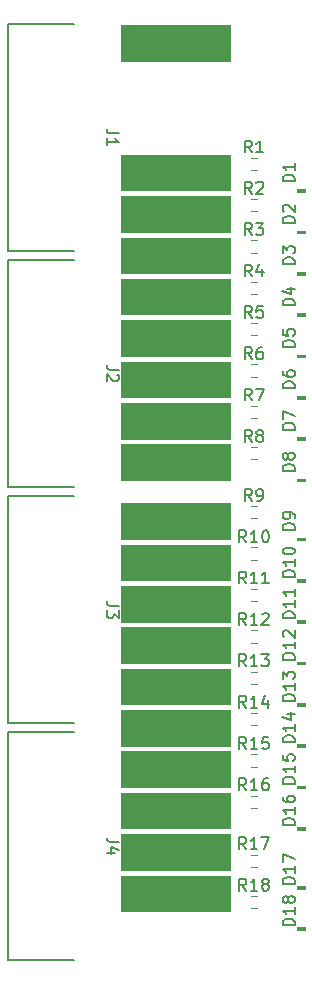
<source format=gbr>
%TF.GenerationSoftware,KiCad,Pcbnew,9.0.6*%
%TF.CreationDate,2025-12-07T13:39:51+03:00*%
%TF.ProjectId,PMLED-18,504d4c45-442d-4313-982e-6b696361645f,rev?*%
%TF.SameCoordinates,Original*%
%TF.FileFunction,Legend,Top*%
%TF.FilePolarity,Positive*%
%FSLAX46Y46*%
G04 Gerber Fmt 4.6, Leading zero omitted, Abs format (unit mm)*
G04 Created by KiCad (PCBNEW 9.0.6) date 2025-12-07 13:39:51*
%MOMM*%
%LPD*%
G01*
G04 APERTURE LIST*
%ADD10C,0.100000*%
%ADD11C,0.150000*%
%ADD12C,0.120000*%
%ADD13C,0.152400*%
G04 APERTURE END LIST*
D10*
X-1250000Y-11500000D02*
X8000000Y-11500000D01*
X8000000Y-14500000D01*
X-1250000Y-14500000D01*
X-1250000Y-11500000D01*
G36*
X-1250000Y-11500000D02*
G01*
X8000000Y-11500000D01*
X8000000Y-14500000D01*
X-1250000Y-14500000D01*
X-1250000Y-11500000D01*
G37*
X-1250000Y25000000D02*
X8000000Y25000000D01*
X8000000Y22000000D01*
X-1250000Y22000000D01*
X-1250000Y25000000D01*
G36*
X-1250000Y25000000D02*
G01*
X8000000Y25000000D01*
X8000000Y22000000D01*
X-1250000Y22000000D01*
X-1250000Y25000000D01*
G37*
X-1250000Y28500000D02*
X8000000Y28500000D01*
X8000000Y25500000D01*
X-1250000Y25500000D01*
X-1250000Y28500000D01*
G36*
X-1250000Y28500000D02*
G01*
X8000000Y28500000D01*
X8000000Y25500000D01*
X-1250000Y25500000D01*
X-1250000Y28500000D01*
G37*
X-1250000Y18000000D02*
X8000000Y18000000D01*
X8000000Y15000000D01*
X-1250000Y15000000D01*
X-1250000Y18000000D01*
G36*
X-1250000Y18000000D02*
G01*
X8000000Y18000000D01*
X8000000Y15000000D01*
X-1250000Y15000000D01*
X-1250000Y18000000D01*
G37*
X-1250000Y14500000D02*
X8000000Y14500000D01*
X8000000Y11500000D01*
X-1250000Y11500000D01*
X-1250000Y14500000D01*
G36*
X-1250000Y14500000D02*
G01*
X8000000Y14500000D01*
X8000000Y11500000D01*
X-1250000Y11500000D01*
X-1250000Y14500000D01*
G37*
X-1250000Y-32500000D02*
X8000000Y-32500000D01*
X8000000Y-35500000D01*
X-1250000Y-35500000D01*
X-1250000Y-32500000D01*
G36*
X-1250000Y-32500000D02*
G01*
X8000000Y-32500000D01*
X8000000Y-35500000D01*
X-1250000Y-35500000D01*
X-1250000Y-32500000D01*
G37*
X-1250000Y21500000D02*
X8000000Y21500000D01*
X8000000Y18500000D01*
X-1250000Y18500000D01*
X-1250000Y21500000D01*
G36*
X-1250000Y21500000D02*
G01*
X8000000Y21500000D01*
X8000000Y18500000D01*
X-1250000Y18500000D01*
X-1250000Y21500000D01*
G37*
X-1250000Y-25500000D02*
X8000000Y-25500000D01*
X8000000Y-28500000D01*
X-1250000Y-28500000D01*
X-1250000Y-25500000D01*
G36*
X-1250000Y-25500000D02*
G01*
X8000000Y-25500000D01*
X8000000Y-28500000D01*
X-1250000Y-28500000D01*
X-1250000Y-25500000D01*
G37*
X-1250000Y-22000000D02*
X8000000Y-22000000D01*
X8000000Y-25000000D01*
X-1250000Y-25000000D01*
X-1250000Y-22000000D01*
G36*
X-1250000Y-22000000D02*
G01*
X8000000Y-22000000D01*
X8000000Y-25000000D01*
X-1250000Y-25000000D01*
X-1250000Y-22000000D01*
G37*
X-1250000Y-15000000D02*
X8000000Y-15000000D01*
X8000000Y-18000000D01*
X-1250000Y-18000000D01*
X-1250000Y-15000000D01*
G36*
X-1250000Y-15000000D02*
G01*
X8000000Y-15000000D01*
X8000000Y-18000000D01*
X-1250000Y-18000000D01*
X-1250000Y-15000000D01*
G37*
X-1250000Y11000000D02*
X8000000Y11000000D01*
X8000000Y8000000D01*
X-1250000Y8000000D01*
X-1250000Y11000000D01*
G36*
X-1250000Y11000000D02*
G01*
X8000000Y11000000D01*
X8000000Y8000000D01*
X-1250000Y8000000D01*
X-1250000Y11000000D01*
G37*
X-1250000Y-1000000D02*
X8000000Y-1000000D01*
X8000000Y-4000000D01*
X-1250000Y-4000000D01*
X-1250000Y-1000000D01*
G36*
X-1250000Y-1000000D02*
G01*
X8000000Y-1000000D01*
X8000000Y-4000000D01*
X-1250000Y-4000000D01*
X-1250000Y-1000000D01*
G37*
X-1250000Y39500000D02*
X8000000Y39500000D01*
X8000000Y36500000D01*
X-1250000Y36500000D01*
X-1250000Y39500000D01*
G36*
X-1250000Y39500000D02*
G01*
X8000000Y39500000D01*
X8000000Y36500000D01*
X-1250000Y36500000D01*
X-1250000Y39500000D01*
G37*
X-1250000Y-4500000D02*
X8000000Y-4500000D01*
X8000000Y-7500000D01*
X-1250000Y-7500000D01*
X-1250000Y-4500000D01*
G36*
X-1250000Y-4500000D02*
G01*
X8000000Y-4500000D01*
X8000000Y-7500000D01*
X-1250000Y-7500000D01*
X-1250000Y-4500000D01*
G37*
X-1250000Y-29000000D02*
X8000000Y-29000000D01*
X8000000Y-32000000D01*
X-1250000Y-32000000D01*
X-1250000Y-29000000D01*
G36*
X-1250000Y-29000000D02*
G01*
X8000000Y-29000000D01*
X8000000Y-32000000D01*
X-1250000Y-32000000D01*
X-1250000Y-29000000D01*
G37*
X-1250000Y7500000D02*
X8000000Y7500000D01*
X8000000Y4500000D01*
X-1250000Y4500000D01*
X-1250000Y7500000D01*
G36*
X-1250000Y7500000D02*
G01*
X8000000Y7500000D01*
X8000000Y4500000D01*
X-1250000Y4500000D01*
X-1250000Y7500000D01*
G37*
X-1250000Y-18500000D02*
X8000000Y-18500000D01*
X8000000Y-21500000D01*
X-1250000Y-21500000D01*
X-1250000Y-18500000D01*
G36*
X-1250000Y-18500000D02*
G01*
X8000000Y-18500000D01*
X8000000Y-21500000D01*
X-1250000Y-21500000D01*
X-1250000Y-18500000D01*
G37*
X-1250000Y4000000D02*
X8000000Y4000000D01*
X8000000Y1000000D01*
X-1250000Y1000000D01*
X-1250000Y4000000D01*
G36*
X-1250000Y4000000D02*
G01*
X8000000Y4000000D01*
X8000000Y1000000D01*
X-1250000Y1000000D01*
X-1250000Y4000000D01*
G37*
X-1250000Y-8000000D02*
X8000000Y-8000000D01*
X8000000Y-11000000D01*
X-1250000Y-11000000D01*
X-1250000Y-8000000D01*
G36*
X-1250000Y-8000000D02*
G01*
X8000000Y-8000000D01*
X8000000Y-11000000D01*
X-1250000Y-11000000D01*
X-1250000Y-8000000D01*
G37*
D11*
X9833333Y14725181D02*
X9500000Y15201372D01*
X9261905Y14725181D02*
X9261905Y15725181D01*
X9261905Y15725181D02*
X9642857Y15725181D01*
X9642857Y15725181D02*
X9738095Y15677562D01*
X9738095Y15677562D02*
X9785714Y15629943D01*
X9785714Y15629943D02*
X9833333Y15534705D01*
X9833333Y15534705D02*
X9833333Y15391848D01*
X9833333Y15391848D02*
X9785714Y15296610D01*
X9785714Y15296610D02*
X9738095Y15248991D01*
X9738095Y15248991D02*
X9642857Y15201372D01*
X9642857Y15201372D02*
X9261905Y15201372D01*
X10738095Y15725181D02*
X10261905Y15725181D01*
X10261905Y15725181D02*
X10214286Y15248991D01*
X10214286Y15248991D02*
X10261905Y15296610D01*
X10261905Y15296610D02*
X10357143Y15344229D01*
X10357143Y15344229D02*
X10595238Y15344229D01*
X10595238Y15344229D02*
X10690476Y15296610D01*
X10690476Y15296610D02*
X10738095Y15248991D01*
X10738095Y15248991D02*
X10785714Y15153753D01*
X10785714Y15153753D02*
X10785714Y14915658D01*
X10785714Y14915658D02*
X10738095Y14820420D01*
X10738095Y14820420D02*
X10690476Y14772800D01*
X10690476Y14772800D02*
X10595238Y14725181D01*
X10595238Y14725181D02*
X10357143Y14725181D01*
X10357143Y14725181D02*
X10261905Y14772800D01*
X10261905Y14772800D02*
X10214286Y14820420D01*
X13454819Y-14214285D02*
X12454819Y-14214285D01*
X12454819Y-14214285D02*
X12454819Y-13976190D01*
X12454819Y-13976190D02*
X12502438Y-13833333D01*
X12502438Y-13833333D02*
X12597676Y-13738095D01*
X12597676Y-13738095D02*
X12692914Y-13690476D01*
X12692914Y-13690476D02*
X12883390Y-13642857D01*
X12883390Y-13642857D02*
X13026247Y-13642857D01*
X13026247Y-13642857D02*
X13216723Y-13690476D01*
X13216723Y-13690476D02*
X13311961Y-13738095D01*
X13311961Y-13738095D02*
X13407200Y-13833333D01*
X13407200Y-13833333D02*
X13454819Y-13976190D01*
X13454819Y-13976190D02*
X13454819Y-14214285D01*
X13454819Y-12690476D02*
X13454819Y-13261904D01*
X13454819Y-12976190D02*
X12454819Y-12976190D01*
X12454819Y-12976190D02*
X12597676Y-13071428D01*
X12597676Y-13071428D02*
X12692914Y-13166666D01*
X12692914Y-13166666D02*
X12740533Y-13261904D01*
X12550057Y-12309523D02*
X12502438Y-12261904D01*
X12502438Y-12261904D02*
X12454819Y-12166666D01*
X12454819Y-12166666D02*
X12454819Y-11928571D01*
X12454819Y-11928571D02*
X12502438Y-11833333D01*
X12502438Y-11833333D02*
X12550057Y-11785714D01*
X12550057Y-11785714D02*
X12645295Y-11738095D01*
X12645295Y-11738095D02*
X12740533Y-11738095D01*
X12740533Y-11738095D02*
X12883390Y-11785714D01*
X12883390Y-11785714D02*
X13454819Y-12357142D01*
X13454819Y-12357142D02*
X13454819Y-11738095D01*
X9357142Y-4274819D02*
X9023809Y-3798628D01*
X8785714Y-4274819D02*
X8785714Y-3274819D01*
X8785714Y-3274819D02*
X9166666Y-3274819D01*
X9166666Y-3274819D02*
X9261904Y-3322438D01*
X9261904Y-3322438D02*
X9309523Y-3370057D01*
X9309523Y-3370057D02*
X9357142Y-3465295D01*
X9357142Y-3465295D02*
X9357142Y-3608152D01*
X9357142Y-3608152D02*
X9309523Y-3703390D01*
X9309523Y-3703390D02*
X9261904Y-3751009D01*
X9261904Y-3751009D02*
X9166666Y-3798628D01*
X9166666Y-3798628D02*
X8785714Y-3798628D01*
X10309523Y-4274819D02*
X9738095Y-4274819D01*
X10023809Y-4274819D02*
X10023809Y-3274819D01*
X10023809Y-3274819D02*
X9928571Y-3417676D01*
X9928571Y-3417676D02*
X9833333Y-3512914D01*
X9833333Y-3512914D02*
X9738095Y-3560533D01*
X10928571Y-3274819D02*
X11023809Y-3274819D01*
X11023809Y-3274819D02*
X11119047Y-3322438D01*
X11119047Y-3322438D02*
X11166666Y-3370057D01*
X11166666Y-3370057D02*
X11214285Y-3465295D01*
X11214285Y-3465295D02*
X11261904Y-3655771D01*
X11261904Y-3655771D02*
X11261904Y-3893866D01*
X11261904Y-3893866D02*
X11214285Y-4084342D01*
X11214285Y-4084342D02*
X11166666Y-4179580D01*
X11166666Y-4179580D02*
X11119047Y-4227200D01*
X11119047Y-4227200D02*
X11023809Y-4274819D01*
X11023809Y-4274819D02*
X10928571Y-4274819D01*
X10928571Y-4274819D02*
X10833333Y-4227200D01*
X10833333Y-4227200D02*
X10785714Y-4179580D01*
X10785714Y-4179580D02*
X10738095Y-4084342D01*
X10738095Y-4084342D02*
X10690476Y-3893866D01*
X10690476Y-3893866D02*
X10690476Y-3655771D01*
X10690476Y-3655771D02*
X10738095Y-3465295D01*
X10738095Y-3465295D02*
X10785714Y-3370057D01*
X10785714Y-3370057D02*
X10833333Y-3322438D01*
X10833333Y-3322438D02*
X10928571Y-3274819D01*
X13454819Y22761906D02*
X12454819Y22761906D01*
X12454819Y22761906D02*
X12454819Y23000001D01*
X12454819Y23000001D02*
X12502438Y23142858D01*
X12502438Y23142858D02*
X12597676Y23238096D01*
X12597676Y23238096D02*
X12692914Y23285715D01*
X12692914Y23285715D02*
X12883390Y23333334D01*
X12883390Y23333334D02*
X13026247Y23333334D01*
X13026247Y23333334D02*
X13216723Y23285715D01*
X13216723Y23285715D02*
X13311961Y23238096D01*
X13311961Y23238096D02*
X13407200Y23142858D01*
X13407200Y23142858D02*
X13454819Y23000001D01*
X13454819Y23000001D02*
X13454819Y22761906D01*
X12550057Y23714287D02*
X12502438Y23761906D01*
X12502438Y23761906D02*
X12454819Y23857144D01*
X12454819Y23857144D02*
X12454819Y24095239D01*
X12454819Y24095239D02*
X12502438Y24190477D01*
X12502438Y24190477D02*
X12550057Y24238096D01*
X12550057Y24238096D02*
X12645295Y24285715D01*
X12645295Y24285715D02*
X12740533Y24285715D01*
X12740533Y24285715D02*
X12883390Y24238096D01*
X12883390Y24238096D02*
X13454819Y23666668D01*
X13454819Y23666668D02*
X13454819Y24285715D01*
X13454819Y19261906D02*
X12454819Y19261906D01*
X12454819Y19261906D02*
X12454819Y19500001D01*
X12454819Y19500001D02*
X12502438Y19642858D01*
X12502438Y19642858D02*
X12597676Y19738096D01*
X12597676Y19738096D02*
X12692914Y19785715D01*
X12692914Y19785715D02*
X12883390Y19833334D01*
X12883390Y19833334D02*
X13026247Y19833334D01*
X13026247Y19833334D02*
X13216723Y19785715D01*
X13216723Y19785715D02*
X13311961Y19738096D01*
X13311961Y19738096D02*
X13407200Y19642858D01*
X13407200Y19642858D02*
X13454819Y19500001D01*
X13454819Y19500001D02*
X13454819Y19261906D01*
X12454819Y20166668D02*
X12454819Y20785715D01*
X12454819Y20785715D02*
X12835771Y20452382D01*
X12835771Y20452382D02*
X12835771Y20595239D01*
X12835771Y20595239D02*
X12883390Y20690477D01*
X12883390Y20690477D02*
X12931009Y20738096D01*
X12931009Y20738096D02*
X13026247Y20785715D01*
X13026247Y20785715D02*
X13264342Y20785715D01*
X13264342Y20785715D02*
X13359580Y20738096D01*
X13359580Y20738096D02*
X13407200Y20690477D01*
X13407200Y20690477D02*
X13454819Y20595239D01*
X13454819Y20595239D02*
X13454819Y20309525D01*
X13454819Y20309525D02*
X13407200Y20214287D01*
X13407200Y20214287D02*
X13359580Y20166668D01*
X9833333Y-774819D02*
X9500000Y-298628D01*
X9261905Y-774819D02*
X9261905Y225181D01*
X9261905Y225181D02*
X9642857Y225181D01*
X9642857Y225181D02*
X9738095Y177562D01*
X9738095Y177562D02*
X9785714Y129943D01*
X9785714Y129943D02*
X9833333Y34705D01*
X9833333Y34705D02*
X9833333Y-108152D01*
X9833333Y-108152D02*
X9785714Y-203390D01*
X9785714Y-203390D02*
X9738095Y-251009D01*
X9738095Y-251009D02*
X9642857Y-298628D01*
X9642857Y-298628D02*
X9261905Y-298628D01*
X10309524Y-774819D02*
X10500000Y-774819D01*
X10500000Y-774819D02*
X10595238Y-727200D01*
X10595238Y-727200D02*
X10642857Y-679580D01*
X10642857Y-679580D02*
X10738095Y-536723D01*
X10738095Y-536723D02*
X10785714Y-346247D01*
X10785714Y-346247D02*
X10785714Y34705D01*
X10785714Y34705D02*
X10738095Y129943D01*
X10738095Y129943D02*
X10690476Y177562D01*
X10690476Y177562D02*
X10595238Y225181D01*
X10595238Y225181D02*
X10404762Y225181D01*
X10404762Y225181D02*
X10309524Y177562D01*
X10309524Y177562D02*
X10261905Y129943D01*
X10261905Y129943D02*
X10214286Y34705D01*
X10214286Y34705D02*
X10214286Y-203390D01*
X10214286Y-203390D02*
X10261905Y-298628D01*
X10261905Y-298628D02*
X10309524Y-346247D01*
X10309524Y-346247D02*
X10404762Y-393866D01*
X10404762Y-393866D02*
X10595238Y-393866D01*
X10595238Y-393866D02*
X10690476Y-346247D01*
X10690476Y-346247D02*
X10738095Y-298628D01*
X10738095Y-298628D02*
X10785714Y-203390D01*
X9833333Y21725181D02*
X9500000Y22201372D01*
X9261905Y21725181D02*
X9261905Y22725181D01*
X9261905Y22725181D02*
X9642857Y22725181D01*
X9642857Y22725181D02*
X9738095Y22677562D01*
X9738095Y22677562D02*
X9785714Y22629943D01*
X9785714Y22629943D02*
X9833333Y22534705D01*
X9833333Y22534705D02*
X9833333Y22391848D01*
X9833333Y22391848D02*
X9785714Y22296610D01*
X9785714Y22296610D02*
X9738095Y22248991D01*
X9738095Y22248991D02*
X9642857Y22201372D01*
X9642857Y22201372D02*
X9261905Y22201372D01*
X10166667Y22725181D02*
X10785714Y22725181D01*
X10785714Y22725181D02*
X10452381Y22344229D01*
X10452381Y22344229D02*
X10595238Y22344229D01*
X10595238Y22344229D02*
X10690476Y22296610D01*
X10690476Y22296610D02*
X10738095Y22248991D01*
X10738095Y22248991D02*
X10785714Y22153753D01*
X10785714Y22153753D02*
X10785714Y21915658D01*
X10785714Y21915658D02*
X10738095Y21820420D01*
X10738095Y21820420D02*
X10690476Y21772800D01*
X10690476Y21772800D02*
X10595238Y21725181D01*
X10595238Y21725181D02*
X10309524Y21725181D01*
X10309524Y21725181D02*
X10214286Y21772800D01*
X10214286Y21772800D02*
X10166667Y21820420D01*
X9833333Y18225181D02*
X9500000Y18701372D01*
X9261905Y18225181D02*
X9261905Y19225181D01*
X9261905Y19225181D02*
X9642857Y19225181D01*
X9642857Y19225181D02*
X9738095Y19177562D01*
X9738095Y19177562D02*
X9785714Y19129943D01*
X9785714Y19129943D02*
X9833333Y19034705D01*
X9833333Y19034705D02*
X9833333Y18891848D01*
X9833333Y18891848D02*
X9785714Y18796610D01*
X9785714Y18796610D02*
X9738095Y18748991D01*
X9738095Y18748991D02*
X9642857Y18701372D01*
X9642857Y18701372D02*
X9261905Y18701372D01*
X10690476Y18891848D02*
X10690476Y18225181D01*
X10452381Y19272800D02*
X10214286Y18558515D01*
X10214286Y18558515D02*
X10833333Y18558515D01*
X-1454820Y30333334D02*
X-2169105Y30333334D01*
X-2169105Y30333334D02*
X-2311962Y30380953D01*
X-2311962Y30380953D02*
X-2407200Y30476191D01*
X-2407200Y30476191D02*
X-2454820Y30619048D01*
X-2454820Y30619048D02*
X-2454820Y30714286D01*
X-2454820Y29333334D02*
X-2454820Y29904762D01*
X-2454820Y29619048D02*
X-1454820Y29619048D01*
X-1454820Y29619048D02*
X-1597677Y29714286D01*
X-1597677Y29714286D02*
X-1692915Y29809524D01*
X-1692915Y29809524D02*
X-1740534Y29904762D01*
X9357142Y-11274819D02*
X9023809Y-10798628D01*
X8785714Y-11274819D02*
X8785714Y-10274819D01*
X8785714Y-10274819D02*
X9166666Y-10274819D01*
X9166666Y-10274819D02*
X9261904Y-10322438D01*
X9261904Y-10322438D02*
X9309523Y-10370057D01*
X9309523Y-10370057D02*
X9357142Y-10465295D01*
X9357142Y-10465295D02*
X9357142Y-10608152D01*
X9357142Y-10608152D02*
X9309523Y-10703390D01*
X9309523Y-10703390D02*
X9261904Y-10751009D01*
X9261904Y-10751009D02*
X9166666Y-10798628D01*
X9166666Y-10798628D02*
X8785714Y-10798628D01*
X10309523Y-11274819D02*
X9738095Y-11274819D01*
X10023809Y-11274819D02*
X10023809Y-10274819D01*
X10023809Y-10274819D02*
X9928571Y-10417676D01*
X9928571Y-10417676D02*
X9833333Y-10512914D01*
X9833333Y-10512914D02*
X9738095Y-10560533D01*
X10690476Y-10370057D02*
X10738095Y-10322438D01*
X10738095Y-10322438D02*
X10833333Y-10274819D01*
X10833333Y-10274819D02*
X11071428Y-10274819D01*
X11071428Y-10274819D02*
X11166666Y-10322438D01*
X11166666Y-10322438D02*
X11214285Y-10370057D01*
X11214285Y-10370057D02*
X11261904Y-10465295D01*
X11261904Y-10465295D02*
X11261904Y-10560533D01*
X11261904Y-10560533D02*
X11214285Y-10703390D01*
X11214285Y-10703390D02*
X10642857Y-11274819D01*
X10642857Y-11274819D02*
X11261904Y-11274819D01*
X13454819Y-7214285D02*
X12454819Y-7214285D01*
X12454819Y-7214285D02*
X12454819Y-6976190D01*
X12454819Y-6976190D02*
X12502438Y-6833333D01*
X12502438Y-6833333D02*
X12597676Y-6738095D01*
X12597676Y-6738095D02*
X12692914Y-6690476D01*
X12692914Y-6690476D02*
X12883390Y-6642857D01*
X12883390Y-6642857D02*
X13026247Y-6642857D01*
X13026247Y-6642857D02*
X13216723Y-6690476D01*
X13216723Y-6690476D02*
X13311961Y-6738095D01*
X13311961Y-6738095D02*
X13407200Y-6833333D01*
X13407200Y-6833333D02*
X13454819Y-6976190D01*
X13454819Y-6976190D02*
X13454819Y-7214285D01*
X13454819Y-5690476D02*
X13454819Y-6261904D01*
X13454819Y-5976190D02*
X12454819Y-5976190D01*
X12454819Y-5976190D02*
X12597676Y-6071428D01*
X12597676Y-6071428D02*
X12692914Y-6166666D01*
X12692914Y-6166666D02*
X12740533Y-6261904D01*
X12454819Y-5071428D02*
X12454819Y-4976190D01*
X12454819Y-4976190D02*
X12502438Y-4880952D01*
X12502438Y-4880952D02*
X12550057Y-4833333D01*
X12550057Y-4833333D02*
X12645295Y-4785714D01*
X12645295Y-4785714D02*
X12835771Y-4738095D01*
X12835771Y-4738095D02*
X13073866Y-4738095D01*
X13073866Y-4738095D02*
X13264342Y-4785714D01*
X13264342Y-4785714D02*
X13359580Y-4833333D01*
X13359580Y-4833333D02*
X13407200Y-4880952D01*
X13407200Y-4880952D02*
X13454819Y-4976190D01*
X13454819Y-4976190D02*
X13454819Y-5071428D01*
X13454819Y-5071428D02*
X13407200Y-5166666D01*
X13407200Y-5166666D02*
X13359580Y-5214285D01*
X13359580Y-5214285D02*
X13264342Y-5261904D01*
X13264342Y-5261904D02*
X13073866Y-5309523D01*
X13073866Y-5309523D02*
X12835771Y-5309523D01*
X12835771Y-5309523D02*
X12645295Y-5261904D01*
X12645295Y-5261904D02*
X12550057Y-5214285D01*
X12550057Y-5214285D02*
X12502438Y-5166666D01*
X12502438Y-5166666D02*
X12454819Y-5071428D01*
X9357142Y-18274819D02*
X9023809Y-17798628D01*
X8785714Y-18274819D02*
X8785714Y-17274819D01*
X8785714Y-17274819D02*
X9166666Y-17274819D01*
X9166666Y-17274819D02*
X9261904Y-17322438D01*
X9261904Y-17322438D02*
X9309523Y-17370057D01*
X9309523Y-17370057D02*
X9357142Y-17465295D01*
X9357142Y-17465295D02*
X9357142Y-17608152D01*
X9357142Y-17608152D02*
X9309523Y-17703390D01*
X9309523Y-17703390D02*
X9261904Y-17751009D01*
X9261904Y-17751009D02*
X9166666Y-17798628D01*
X9166666Y-17798628D02*
X8785714Y-17798628D01*
X10309523Y-18274819D02*
X9738095Y-18274819D01*
X10023809Y-18274819D02*
X10023809Y-17274819D01*
X10023809Y-17274819D02*
X9928571Y-17417676D01*
X9928571Y-17417676D02*
X9833333Y-17512914D01*
X9833333Y-17512914D02*
X9738095Y-17560533D01*
X11166666Y-17608152D02*
X11166666Y-18274819D01*
X10928571Y-17227200D02*
X10690476Y-17941485D01*
X10690476Y-17941485D02*
X11309523Y-17941485D01*
X13454819Y1761906D02*
X12454819Y1761906D01*
X12454819Y1761906D02*
X12454819Y2000001D01*
X12454819Y2000001D02*
X12502438Y2142858D01*
X12502438Y2142858D02*
X12597676Y2238096D01*
X12597676Y2238096D02*
X12692914Y2285715D01*
X12692914Y2285715D02*
X12883390Y2333334D01*
X12883390Y2333334D02*
X13026247Y2333334D01*
X13026247Y2333334D02*
X13216723Y2285715D01*
X13216723Y2285715D02*
X13311961Y2238096D01*
X13311961Y2238096D02*
X13407200Y2142858D01*
X13407200Y2142858D02*
X13454819Y2000001D01*
X13454819Y2000001D02*
X13454819Y1761906D01*
X12883390Y2904763D02*
X12835771Y2809525D01*
X12835771Y2809525D02*
X12788152Y2761906D01*
X12788152Y2761906D02*
X12692914Y2714287D01*
X12692914Y2714287D02*
X12645295Y2714287D01*
X12645295Y2714287D02*
X12550057Y2761906D01*
X12550057Y2761906D02*
X12502438Y2809525D01*
X12502438Y2809525D02*
X12454819Y2904763D01*
X12454819Y2904763D02*
X12454819Y3095239D01*
X12454819Y3095239D02*
X12502438Y3190477D01*
X12502438Y3190477D02*
X12550057Y3238096D01*
X12550057Y3238096D02*
X12645295Y3285715D01*
X12645295Y3285715D02*
X12692914Y3285715D01*
X12692914Y3285715D02*
X12788152Y3238096D01*
X12788152Y3238096D02*
X12835771Y3190477D01*
X12835771Y3190477D02*
X12883390Y3095239D01*
X12883390Y3095239D02*
X12883390Y2904763D01*
X12883390Y2904763D02*
X12931009Y2809525D01*
X12931009Y2809525D02*
X12978628Y2761906D01*
X12978628Y2761906D02*
X13073866Y2714287D01*
X13073866Y2714287D02*
X13264342Y2714287D01*
X13264342Y2714287D02*
X13359580Y2761906D01*
X13359580Y2761906D02*
X13407200Y2809525D01*
X13407200Y2809525D02*
X13454819Y2904763D01*
X13454819Y2904763D02*
X13454819Y3095239D01*
X13454819Y3095239D02*
X13407200Y3190477D01*
X13407200Y3190477D02*
X13359580Y3238096D01*
X13359580Y3238096D02*
X13264342Y3285715D01*
X13264342Y3285715D02*
X13073866Y3285715D01*
X13073866Y3285715D02*
X12978628Y3238096D01*
X12978628Y3238096D02*
X12931009Y3190477D01*
X12931009Y3190477D02*
X12883390Y3095239D01*
X13454819Y-33214285D02*
X12454819Y-33214285D01*
X12454819Y-33214285D02*
X12454819Y-32976190D01*
X12454819Y-32976190D02*
X12502438Y-32833333D01*
X12502438Y-32833333D02*
X12597676Y-32738095D01*
X12597676Y-32738095D02*
X12692914Y-32690476D01*
X12692914Y-32690476D02*
X12883390Y-32642857D01*
X12883390Y-32642857D02*
X13026247Y-32642857D01*
X13026247Y-32642857D02*
X13216723Y-32690476D01*
X13216723Y-32690476D02*
X13311961Y-32738095D01*
X13311961Y-32738095D02*
X13407200Y-32833333D01*
X13407200Y-32833333D02*
X13454819Y-32976190D01*
X13454819Y-32976190D02*
X13454819Y-33214285D01*
X13454819Y-31690476D02*
X13454819Y-32261904D01*
X13454819Y-31976190D02*
X12454819Y-31976190D01*
X12454819Y-31976190D02*
X12597676Y-32071428D01*
X12597676Y-32071428D02*
X12692914Y-32166666D01*
X12692914Y-32166666D02*
X12740533Y-32261904D01*
X12454819Y-31357142D02*
X12454819Y-30690476D01*
X12454819Y-30690476D02*
X13454819Y-31119047D01*
X9357142Y-30274819D02*
X9023809Y-29798628D01*
X8785714Y-30274819D02*
X8785714Y-29274819D01*
X8785714Y-29274819D02*
X9166666Y-29274819D01*
X9166666Y-29274819D02*
X9261904Y-29322438D01*
X9261904Y-29322438D02*
X9309523Y-29370057D01*
X9309523Y-29370057D02*
X9357142Y-29465295D01*
X9357142Y-29465295D02*
X9357142Y-29608152D01*
X9357142Y-29608152D02*
X9309523Y-29703390D01*
X9309523Y-29703390D02*
X9261904Y-29751009D01*
X9261904Y-29751009D02*
X9166666Y-29798628D01*
X9166666Y-29798628D02*
X8785714Y-29798628D01*
X10309523Y-30274819D02*
X9738095Y-30274819D01*
X10023809Y-30274819D02*
X10023809Y-29274819D01*
X10023809Y-29274819D02*
X9928571Y-29417676D01*
X9928571Y-29417676D02*
X9833333Y-29512914D01*
X9833333Y-29512914D02*
X9738095Y-29560533D01*
X10642857Y-29274819D02*
X11309523Y-29274819D01*
X11309523Y-29274819D02*
X10880952Y-30274819D01*
X13454819Y-3238094D02*
X12454819Y-3238094D01*
X12454819Y-3238094D02*
X12454819Y-2999999D01*
X12454819Y-2999999D02*
X12502438Y-2857142D01*
X12502438Y-2857142D02*
X12597676Y-2761904D01*
X12597676Y-2761904D02*
X12692914Y-2714285D01*
X12692914Y-2714285D02*
X12883390Y-2666666D01*
X12883390Y-2666666D02*
X13026247Y-2666666D01*
X13026247Y-2666666D02*
X13216723Y-2714285D01*
X13216723Y-2714285D02*
X13311961Y-2761904D01*
X13311961Y-2761904D02*
X13407200Y-2857142D01*
X13407200Y-2857142D02*
X13454819Y-2999999D01*
X13454819Y-2999999D02*
X13454819Y-3238094D01*
X13454819Y-2190475D02*
X13454819Y-1999999D01*
X13454819Y-1999999D02*
X13407200Y-1904761D01*
X13407200Y-1904761D02*
X13359580Y-1857142D01*
X13359580Y-1857142D02*
X13216723Y-1761904D01*
X13216723Y-1761904D02*
X13026247Y-1714285D01*
X13026247Y-1714285D02*
X12645295Y-1714285D01*
X12645295Y-1714285D02*
X12550057Y-1761904D01*
X12550057Y-1761904D02*
X12502438Y-1809523D01*
X12502438Y-1809523D02*
X12454819Y-1904761D01*
X12454819Y-1904761D02*
X12454819Y-2095237D01*
X12454819Y-2095237D02*
X12502438Y-2190475D01*
X12502438Y-2190475D02*
X12550057Y-2238094D01*
X12550057Y-2238094D02*
X12645295Y-2285713D01*
X12645295Y-2285713D02*
X12883390Y-2285713D01*
X12883390Y-2285713D02*
X12978628Y-2238094D01*
X12978628Y-2238094D02*
X13026247Y-2190475D01*
X13026247Y-2190475D02*
X13073866Y-2095237D01*
X13073866Y-2095237D02*
X13073866Y-1904761D01*
X13073866Y-1904761D02*
X13026247Y-1809523D01*
X13026247Y-1809523D02*
X12978628Y-1761904D01*
X12978628Y-1761904D02*
X12883390Y-1714285D01*
X9833333Y7725181D02*
X9500000Y8201372D01*
X9261905Y7725181D02*
X9261905Y8725181D01*
X9261905Y8725181D02*
X9642857Y8725181D01*
X9642857Y8725181D02*
X9738095Y8677562D01*
X9738095Y8677562D02*
X9785714Y8629943D01*
X9785714Y8629943D02*
X9833333Y8534705D01*
X9833333Y8534705D02*
X9833333Y8391848D01*
X9833333Y8391848D02*
X9785714Y8296610D01*
X9785714Y8296610D02*
X9738095Y8248991D01*
X9738095Y8248991D02*
X9642857Y8201372D01*
X9642857Y8201372D02*
X9261905Y8201372D01*
X10166667Y8725181D02*
X10833333Y8725181D01*
X10833333Y8725181D02*
X10404762Y7725181D01*
X9357142Y-33774819D02*
X9023809Y-33298628D01*
X8785714Y-33774819D02*
X8785714Y-32774819D01*
X8785714Y-32774819D02*
X9166666Y-32774819D01*
X9166666Y-32774819D02*
X9261904Y-32822438D01*
X9261904Y-32822438D02*
X9309523Y-32870057D01*
X9309523Y-32870057D02*
X9357142Y-32965295D01*
X9357142Y-32965295D02*
X9357142Y-33108152D01*
X9357142Y-33108152D02*
X9309523Y-33203390D01*
X9309523Y-33203390D02*
X9261904Y-33251009D01*
X9261904Y-33251009D02*
X9166666Y-33298628D01*
X9166666Y-33298628D02*
X8785714Y-33298628D01*
X10309523Y-33774819D02*
X9738095Y-33774819D01*
X10023809Y-33774819D02*
X10023809Y-32774819D01*
X10023809Y-32774819D02*
X9928571Y-32917676D01*
X9928571Y-32917676D02*
X9833333Y-33012914D01*
X9833333Y-33012914D02*
X9738095Y-33060533D01*
X10880952Y-33203390D02*
X10785714Y-33155771D01*
X10785714Y-33155771D02*
X10738095Y-33108152D01*
X10738095Y-33108152D02*
X10690476Y-33012914D01*
X10690476Y-33012914D02*
X10690476Y-32965295D01*
X10690476Y-32965295D02*
X10738095Y-32870057D01*
X10738095Y-32870057D02*
X10785714Y-32822438D01*
X10785714Y-32822438D02*
X10880952Y-32774819D01*
X10880952Y-32774819D02*
X11071428Y-32774819D01*
X11071428Y-32774819D02*
X11166666Y-32822438D01*
X11166666Y-32822438D02*
X11214285Y-32870057D01*
X11214285Y-32870057D02*
X11261904Y-32965295D01*
X11261904Y-32965295D02*
X11261904Y-33012914D01*
X11261904Y-33012914D02*
X11214285Y-33108152D01*
X11214285Y-33108152D02*
X11166666Y-33155771D01*
X11166666Y-33155771D02*
X11071428Y-33203390D01*
X11071428Y-33203390D02*
X10880952Y-33203390D01*
X10880952Y-33203390D02*
X10785714Y-33251009D01*
X10785714Y-33251009D02*
X10738095Y-33298628D01*
X10738095Y-33298628D02*
X10690476Y-33393866D01*
X10690476Y-33393866D02*
X10690476Y-33584342D01*
X10690476Y-33584342D02*
X10738095Y-33679580D01*
X10738095Y-33679580D02*
X10785714Y-33727200D01*
X10785714Y-33727200D02*
X10880952Y-33774819D01*
X10880952Y-33774819D02*
X11071428Y-33774819D01*
X11071428Y-33774819D02*
X11166666Y-33727200D01*
X11166666Y-33727200D02*
X11214285Y-33679580D01*
X11214285Y-33679580D02*
X11261904Y-33584342D01*
X11261904Y-33584342D02*
X11261904Y-33393866D01*
X11261904Y-33393866D02*
X11214285Y-33298628D01*
X11214285Y-33298628D02*
X11166666Y-33251009D01*
X11166666Y-33251009D02*
X11071428Y-33203390D01*
X9357142Y-21774819D02*
X9023809Y-21298628D01*
X8785714Y-21774819D02*
X8785714Y-20774819D01*
X8785714Y-20774819D02*
X9166666Y-20774819D01*
X9166666Y-20774819D02*
X9261904Y-20822438D01*
X9261904Y-20822438D02*
X9309523Y-20870057D01*
X9309523Y-20870057D02*
X9357142Y-20965295D01*
X9357142Y-20965295D02*
X9357142Y-21108152D01*
X9357142Y-21108152D02*
X9309523Y-21203390D01*
X9309523Y-21203390D02*
X9261904Y-21251009D01*
X9261904Y-21251009D02*
X9166666Y-21298628D01*
X9166666Y-21298628D02*
X8785714Y-21298628D01*
X10309523Y-21774819D02*
X9738095Y-21774819D01*
X10023809Y-21774819D02*
X10023809Y-20774819D01*
X10023809Y-20774819D02*
X9928571Y-20917676D01*
X9928571Y-20917676D02*
X9833333Y-21012914D01*
X9833333Y-21012914D02*
X9738095Y-21060533D01*
X11214285Y-20774819D02*
X10738095Y-20774819D01*
X10738095Y-20774819D02*
X10690476Y-21251009D01*
X10690476Y-21251009D02*
X10738095Y-21203390D01*
X10738095Y-21203390D02*
X10833333Y-21155771D01*
X10833333Y-21155771D02*
X11071428Y-21155771D01*
X11071428Y-21155771D02*
X11166666Y-21203390D01*
X11166666Y-21203390D02*
X11214285Y-21251009D01*
X11214285Y-21251009D02*
X11261904Y-21346247D01*
X11261904Y-21346247D02*
X11261904Y-21584342D01*
X11261904Y-21584342D02*
X11214285Y-21679580D01*
X11214285Y-21679580D02*
X11166666Y-21727200D01*
X11166666Y-21727200D02*
X11071428Y-21774819D01*
X11071428Y-21774819D02*
X10833333Y-21774819D01*
X10833333Y-21774819D02*
X10738095Y-21727200D01*
X10738095Y-21727200D02*
X10690476Y-21679580D01*
X9357142Y-25274819D02*
X9023809Y-24798628D01*
X8785714Y-25274819D02*
X8785714Y-24274819D01*
X8785714Y-24274819D02*
X9166666Y-24274819D01*
X9166666Y-24274819D02*
X9261904Y-24322438D01*
X9261904Y-24322438D02*
X9309523Y-24370057D01*
X9309523Y-24370057D02*
X9357142Y-24465295D01*
X9357142Y-24465295D02*
X9357142Y-24608152D01*
X9357142Y-24608152D02*
X9309523Y-24703390D01*
X9309523Y-24703390D02*
X9261904Y-24751009D01*
X9261904Y-24751009D02*
X9166666Y-24798628D01*
X9166666Y-24798628D02*
X8785714Y-24798628D01*
X10309523Y-25274819D02*
X9738095Y-25274819D01*
X10023809Y-25274819D02*
X10023809Y-24274819D01*
X10023809Y-24274819D02*
X9928571Y-24417676D01*
X9928571Y-24417676D02*
X9833333Y-24512914D01*
X9833333Y-24512914D02*
X9738095Y-24560533D01*
X11166666Y-24274819D02*
X10976190Y-24274819D01*
X10976190Y-24274819D02*
X10880952Y-24322438D01*
X10880952Y-24322438D02*
X10833333Y-24370057D01*
X10833333Y-24370057D02*
X10738095Y-24512914D01*
X10738095Y-24512914D02*
X10690476Y-24703390D01*
X10690476Y-24703390D02*
X10690476Y-25084342D01*
X10690476Y-25084342D02*
X10738095Y-25179580D01*
X10738095Y-25179580D02*
X10785714Y-25227200D01*
X10785714Y-25227200D02*
X10880952Y-25274819D01*
X10880952Y-25274819D02*
X11071428Y-25274819D01*
X11071428Y-25274819D02*
X11166666Y-25227200D01*
X11166666Y-25227200D02*
X11214285Y-25179580D01*
X11214285Y-25179580D02*
X11261904Y-25084342D01*
X11261904Y-25084342D02*
X11261904Y-24846247D01*
X11261904Y-24846247D02*
X11214285Y-24751009D01*
X11214285Y-24751009D02*
X11166666Y-24703390D01*
X11166666Y-24703390D02*
X11071428Y-24655771D01*
X11071428Y-24655771D02*
X10880952Y-24655771D01*
X10880952Y-24655771D02*
X10785714Y-24703390D01*
X10785714Y-24703390D02*
X10738095Y-24751009D01*
X10738095Y-24751009D02*
X10690476Y-24846247D01*
X13454819Y-10714285D02*
X12454819Y-10714285D01*
X12454819Y-10714285D02*
X12454819Y-10476190D01*
X12454819Y-10476190D02*
X12502438Y-10333333D01*
X12502438Y-10333333D02*
X12597676Y-10238095D01*
X12597676Y-10238095D02*
X12692914Y-10190476D01*
X12692914Y-10190476D02*
X12883390Y-10142857D01*
X12883390Y-10142857D02*
X13026247Y-10142857D01*
X13026247Y-10142857D02*
X13216723Y-10190476D01*
X13216723Y-10190476D02*
X13311961Y-10238095D01*
X13311961Y-10238095D02*
X13407200Y-10333333D01*
X13407200Y-10333333D02*
X13454819Y-10476190D01*
X13454819Y-10476190D02*
X13454819Y-10714285D01*
X13454819Y-9190476D02*
X13454819Y-9761904D01*
X13454819Y-9476190D02*
X12454819Y-9476190D01*
X12454819Y-9476190D02*
X12597676Y-9571428D01*
X12597676Y-9571428D02*
X12692914Y-9666666D01*
X12692914Y-9666666D02*
X12740533Y-9761904D01*
X13454819Y-8238095D02*
X13454819Y-8809523D01*
X13454819Y-8523809D02*
X12454819Y-8523809D01*
X12454819Y-8523809D02*
X12597676Y-8619047D01*
X12597676Y-8619047D02*
X12692914Y-8714285D01*
X12692914Y-8714285D02*
X12740533Y-8809523D01*
X13454819Y5261906D02*
X12454819Y5261906D01*
X12454819Y5261906D02*
X12454819Y5500001D01*
X12454819Y5500001D02*
X12502438Y5642858D01*
X12502438Y5642858D02*
X12597676Y5738096D01*
X12597676Y5738096D02*
X12692914Y5785715D01*
X12692914Y5785715D02*
X12883390Y5833334D01*
X12883390Y5833334D02*
X13026247Y5833334D01*
X13026247Y5833334D02*
X13216723Y5785715D01*
X13216723Y5785715D02*
X13311961Y5738096D01*
X13311961Y5738096D02*
X13407200Y5642858D01*
X13407200Y5642858D02*
X13454819Y5500001D01*
X13454819Y5500001D02*
X13454819Y5261906D01*
X12454819Y6166668D02*
X12454819Y6833334D01*
X12454819Y6833334D02*
X13454819Y6404763D01*
X13454819Y26261906D02*
X12454819Y26261906D01*
X12454819Y26261906D02*
X12454819Y26500001D01*
X12454819Y26500001D02*
X12502438Y26642858D01*
X12502438Y26642858D02*
X12597676Y26738096D01*
X12597676Y26738096D02*
X12692914Y26785715D01*
X12692914Y26785715D02*
X12883390Y26833334D01*
X12883390Y26833334D02*
X13026247Y26833334D01*
X13026247Y26833334D02*
X13216723Y26785715D01*
X13216723Y26785715D02*
X13311961Y26738096D01*
X13311961Y26738096D02*
X13407200Y26642858D01*
X13407200Y26642858D02*
X13454819Y26500001D01*
X13454819Y26500001D02*
X13454819Y26261906D01*
X13454819Y27785715D02*
X13454819Y27214287D01*
X13454819Y27500001D02*
X12454819Y27500001D01*
X12454819Y27500001D02*
X12597676Y27404763D01*
X12597676Y27404763D02*
X12692914Y27309525D01*
X12692914Y27309525D02*
X12740533Y27214287D01*
X13454819Y15761906D02*
X12454819Y15761906D01*
X12454819Y15761906D02*
X12454819Y16000001D01*
X12454819Y16000001D02*
X12502438Y16142858D01*
X12502438Y16142858D02*
X12597676Y16238096D01*
X12597676Y16238096D02*
X12692914Y16285715D01*
X12692914Y16285715D02*
X12883390Y16333334D01*
X12883390Y16333334D02*
X13026247Y16333334D01*
X13026247Y16333334D02*
X13216723Y16285715D01*
X13216723Y16285715D02*
X13311961Y16238096D01*
X13311961Y16238096D02*
X13407200Y16142858D01*
X13407200Y16142858D02*
X13454819Y16000001D01*
X13454819Y16000001D02*
X13454819Y15761906D01*
X12788152Y17190477D02*
X13454819Y17190477D01*
X12407200Y16952382D02*
X13121485Y16714287D01*
X13121485Y16714287D02*
X13121485Y17333334D01*
X9833333Y4225181D02*
X9500000Y4701372D01*
X9261905Y4225181D02*
X9261905Y5225181D01*
X9261905Y5225181D02*
X9642857Y5225181D01*
X9642857Y5225181D02*
X9738095Y5177562D01*
X9738095Y5177562D02*
X9785714Y5129943D01*
X9785714Y5129943D02*
X9833333Y5034705D01*
X9833333Y5034705D02*
X9833333Y4891848D01*
X9833333Y4891848D02*
X9785714Y4796610D01*
X9785714Y4796610D02*
X9738095Y4748991D01*
X9738095Y4748991D02*
X9642857Y4701372D01*
X9642857Y4701372D02*
X9261905Y4701372D01*
X10404762Y4796610D02*
X10309524Y4844229D01*
X10309524Y4844229D02*
X10261905Y4891848D01*
X10261905Y4891848D02*
X10214286Y4987086D01*
X10214286Y4987086D02*
X10214286Y5034705D01*
X10214286Y5034705D02*
X10261905Y5129943D01*
X10261905Y5129943D02*
X10309524Y5177562D01*
X10309524Y5177562D02*
X10404762Y5225181D01*
X10404762Y5225181D02*
X10595238Y5225181D01*
X10595238Y5225181D02*
X10690476Y5177562D01*
X10690476Y5177562D02*
X10738095Y5129943D01*
X10738095Y5129943D02*
X10785714Y5034705D01*
X10785714Y5034705D02*
X10785714Y4987086D01*
X10785714Y4987086D02*
X10738095Y4891848D01*
X10738095Y4891848D02*
X10690476Y4844229D01*
X10690476Y4844229D02*
X10595238Y4796610D01*
X10595238Y4796610D02*
X10404762Y4796610D01*
X10404762Y4796610D02*
X10309524Y4748991D01*
X10309524Y4748991D02*
X10261905Y4701372D01*
X10261905Y4701372D02*
X10214286Y4606134D01*
X10214286Y4606134D02*
X10214286Y4415658D01*
X10214286Y4415658D02*
X10261905Y4320420D01*
X10261905Y4320420D02*
X10309524Y4272800D01*
X10309524Y4272800D02*
X10404762Y4225181D01*
X10404762Y4225181D02*
X10595238Y4225181D01*
X10595238Y4225181D02*
X10690476Y4272800D01*
X10690476Y4272800D02*
X10738095Y4320420D01*
X10738095Y4320420D02*
X10785714Y4415658D01*
X10785714Y4415658D02*
X10785714Y4606134D01*
X10785714Y4606134D02*
X10738095Y4701372D01*
X10738095Y4701372D02*
X10690476Y4748991D01*
X10690476Y4748991D02*
X10595238Y4796610D01*
X13454819Y-28214285D02*
X12454819Y-28214285D01*
X12454819Y-28214285D02*
X12454819Y-27976190D01*
X12454819Y-27976190D02*
X12502438Y-27833333D01*
X12502438Y-27833333D02*
X12597676Y-27738095D01*
X12597676Y-27738095D02*
X12692914Y-27690476D01*
X12692914Y-27690476D02*
X12883390Y-27642857D01*
X12883390Y-27642857D02*
X13026247Y-27642857D01*
X13026247Y-27642857D02*
X13216723Y-27690476D01*
X13216723Y-27690476D02*
X13311961Y-27738095D01*
X13311961Y-27738095D02*
X13407200Y-27833333D01*
X13407200Y-27833333D02*
X13454819Y-27976190D01*
X13454819Y-27976190D02*
X13454819Y-28214285D01*
X13454819Y-26690476D02*
X13454819Y-27261904D01*
X13454819Y-26976190D02*
X12454819Y-26976190D01*
X12454819Y-26976190D02*
X12597676Y-27071428D01*
X12597676Y-27071428D02*
X12692914Y-27166666D01*
X12692914Y-27166666D02*
X12740533Y-27261904D01*
X12454819Y-25833333D02*
X12454819Y-26023809D01*
X12454819Y-26023809D02*
X12502438Y-26119047D01*
X12502438Y-26119047D02*
X12550057Y-26166666D01*
X12550057Y-26166666D02*
X12692914Y-26261904D01*
X12692914Y-26261904D02*
X12883390Y-26309523D01*
X12883390Y-26309523D02*
X13264342Y-26309523D01*
X13264342Y-26309523D02*
X13359580Y-26261904D01*
X13359580Y-26261904D02*
X13407200Y-26214285D01*
X13407200Y-26214285D02*
X13454819Y-26119047D01*
X13454819Y-26119047D02*
X13454819Y-25928571D01*
X13454819Y-25928571D02*
X13407200Y-25833333D01*
X13407200Y-25833333D02*
X13359580Y-25785714D01*
X13359580Y-25785714D02*
X13264342Y-25738095D01*
X13264342Y-25738095D02*
X13026247Y-25738095D01*
X13026247Y-25738095D02*
X12931009Y-25785714D01*
X12931009Y-25785714D02*
X12883390Y-25833333D01*
X12883390Y-25833333D02*
X12835771Y-25928571D01*
X12835771Y-25928571D02*
X12835771Y-26119047D01*
X12835771Y-26119047D02*
X12883390Y-26214285D01*
X12883390Y-26214285D02*
X12931009Y-26261904D01*
X12931009Y-26261904D02*
X13026247Y-26309523D01*
X9357142Y-7774819D02*
X9023809Y-7298628D01*
X8785714Y-7774819D02*
X8785714Y-6774819D01*
X8785714Y-6774819D02*
X9166666Y-6774819D01*
X9166666Y-6774819D02*
X9261904Y-6822438D01*
X9261904Y-6822438D02*
X9309523Y-6870057D01*
X9309523Y-6870057D02*
X9357142Y-6965295D01*
X9357142Y-6965295D02*
X9357142Y-7108152D01*
X9357142Y-7108152D02*
X9309523Y-7203390D01*
X9309523Y-7203390D02*
X9261904Y-7251009D01*
X9261904Y-7251009D02*
X9166666Y-7298628D01*
X9166666Y-7298628D02*
X8785714Y-7298628D01*
X10309523Y-7774819D02*
X9738095Y-7774819D01*
X10023809Y-7774819D02*
X10023809Y-6774819D01*
X10023809Y-6774819D02*
X9928571Y-6917676D01*
X9928571Y-6917676D02*
X9833333Y-7012914D01*
X9833333Y-7012914D02*
X9738095Y-7060533D01*
X11261904Y-7774819D02*
X10690476Y-7774819D01*
X10976190Y-7774819D02*
X10976190Y-6774819D01*
X10976190Y-6774819D02*
X10880952Y-6917676D01*
X10880952Y-6917676D02*
X10785714Y-7012914D01*
X10785714Y-7012914D02*
X10690476Y-7060533D01*
X9833333Y11225181D02*
X9500000Y11701372D01*
X9261905Y11225181D02*
X9261905Y12225181D01*
X9261905Y12225181D02*
X9642857Y12225181D01*
X9642857Y12225181D02*
X9738095Y12177562D01*
X9738095Y12177562D02*
X9785714Y12129943D01*
X9785714Y12129943D02*
X9833333Y12034705D01*
X9833333Y12034705D02*
X9833333Y11891848D01*
X9833333Y11891848D02*
X9785714Y11796610D01*
X9785714Y11796610D02*
X9738095Y11748991D01*
X9738095Y11748991D02*
X9642857Y11701372D01*
X9642857Y11701372D02*
X9261905Y11701372D01*
X10690476Y12225181D02*
X10500000Y12225181D01*
X10500000Y12225181D02*
X10404762Y12177562D01*
X10404762Y12177562D02*
X10357143Y12129943D01*
X10357143Y12129943D02*
X10261905Y11987086D01*
X10261905Y11987086D02*
X10214286Y11796610D01*
X10214286Y11796610D02*
X10214286Y11415658D01*
X10214286Y11415658D02*
X10261905Y11320420D01*
X10261905Y11320420D02*
X10309524Y11272800D01*
X10309524Y11272800D02*
X10404762Y11225181D01*
X10404762Y11225181D02*
X10595238Y11225181D01*
X10595238Y11225181D02*
X10690476Y11272800D01*
X10690476Y11272800D02*
X10738095Y11320420D01*
X10738095Y11320420D02*
X10785714Y11415658D01*
X10785714Y11415658D02*
X10785714Y11653753D01*
X10785714Y11653753D02*
X10738095Y11748991D01*
X10738095Y11748991D02*
X10690476Y11796610D01*
X10690476Y11796610D02*
X10595238Y11844229D01*
X10595238Y11844229D02*
X10404762Y11844229D01*
X10404762Y11844229D02*
X10309524Y11796610D01*
X10309524Y11796610D02*
X10261905Y11748991D01*
X10261905Y11748991D02*
X10214286Y11653753D01*
X9357142Y-14774819D02*
X9023809Y-14298628D01*
X8785714Y-14774819D02*
X8785714Y-13774819D01*
X8785714Y-13774819D02*
X9166666Y-13774819D01*
X9166666Y-13774819D02*
X9261904Y-13822438D01*
X9261904Y-13822438D02*
X9309523Y-13870057D01*
X9309523Y-13870057D02*
X9357142Y-13965295D01*
X9357142Y-13965295D02*
X9357142Y-14108152D01*
X9357142Y-14108152D02*
X9309523Y-14203390D01*
X9309523Y-14203390D02*
X9261904Y-14251009D01*
X9261904Y-14251009D02*
X9166666Y-14298628D01*
X9166666Y-14298628D02*
X8785714Y-14298628D01*
X10309523Y-14774819D02*
X9738095Y-14774819D01*
X10023809Y-14774819D02*
X10023809Y-13774819D01*
X10023809Y-13774819D02*
X9928571Y-13917676D01*
X9928571Y-13917676D02*
X9833333Y-14012914D01*
X9833333Y-14012914D02*
X9738095Y-14060533D01*
X10642857Y-13774819D02*
X11261904Y-13774819D01*
X11261904Y-13774819D02*
X10928571Y-14155771D01*
X10928571Y-14155771D02*
X11071428Y-14155771D01*
X11071428Y-14155771D02*
X11166666Y-14203390D01*
X11166666Y-14203390D02*
X11214285Y-14251009D01*
X11214285Y-14251009D02*
X11261904Y-14346247D01*
X11261904Y-14346247D02*
X11261904Y-14584342D01*
X11261904Y-14584342D02*
X11214285Y-14679580D01*
X11214285Y-14679580D02*
X11166666Y-14727200D01*
X11166666Y-14727200D02*
X11071428Y-14774819D01*
X11071428Y-14774819D02*
X10785714Y-14774819D01*
X10785714Y-14774819D02*
X10690476Y-14727200D01*
X10690476Y-14727200D02*
X10642857Y-14679580D01*
X13454819Y-24714285D02*
X12454819Y-24714285D01*
X12454819Y-24714285D02*
X12454819Y-24476190D01*
X12454819Y-24476190D02*
X12502438Y-24333333D01*
X12502438Y-24333333D02*
X12597676Y-24238095D01*
X12597676Y-24238095D02*
X12692914Y-24190476D01*
X12692914Y-24190476D02*
X12883390Y-24142857D01*
X12883390Y-24142857D02*
X13026247Y-24142857D01*
X13026247Y-24142857D02*
X13216723Y-24190476D01*
X13216723Y-24190476D02*
X13311961Y-24238095D01*
X13311961Y-24238095D02*
X13407200Y-24333333D01*
X13407200Y-24333333D02*
X13454819Y-24476190D01*
X13454819Y-24476190D02*
X13454819Y-24714285D01*
X13454819Y-23190476D02*
X13454819Y-23761904D01*
X13454819Y-23476190D02*
X12454819Y-23476190D01*
X12454819Y-23476190D02*
X12597676Y-23571428D01*
X12597676Y-23571428D02*
X12692914Y-23666666D01*
X12692914Y-23666666D02*
X12740533Y-23761904D01*
X12454819Y-22285714D02*
X12454819Y-22761904D01*
X12454819Y-22761904D02*
X12931009Y-22809523D01*
X12931009Y-22809523D02*
X12883390Y-22761904D01*
X12883390Y-22761904D02*
X12835771Y-22666666D01*
X12835771Y-22666666D02*
X12835771Y-22428571D01*
X12835771Y-22428571D02*
X12883390Y-22333333D01*
X12883390Y-22333333D02*
X12931009Y-22285714D01*
X12931009Y-22285714D02*
X13026247Y-22238095D01*
X13026247Y-22238095D02*
X13264342Y-22238095D01*
X13264342Y-22238095D02*
X13359580Y-22285714D01*
X13359580Y-22285714D02*
X13407200Y-22333333D01*
X13407200Y-22333333D02*
X13454819Y-22428571D01*
X13454819Y-22428571D02*
X13454819Y-22666666D01*
X13454819Y-22666666D02*
X13407200Y-22761904D01*
X13407200Y-22761904D02*
X13359580Y-22809523D01*
X-1454820Y-9666666D02*
X-2169105Y-9666666D01*
X-2169105Y-9666666D02*
X-2311962Y-9619047D01*
X-2311962Y-9619047D02*
X-2407200Y-9523809D01*
X-2407200Y-9523809D02*
X-2454820Y-9380952D01*
X-2454820Y-9380952D02*
X-2454820Y-9285714D01*
X-1454820Y-10047619D02*
X-1454820Y-10666666D01*
X-1454820Y-10666666D02*
X-1835772Y-10333333D01*
X-1835772Y-10333333D02*
X-1835772Y-10476190D01*
X-1835772Y-10476190D02*
X-1883391Y-10571428D01*
X-1883391Y-10571428D02*
X-1931010Y-10619047D01*
X-1931010Y-10619047D02*
X-2026248Y-10666666D01*
X-2026248Y-10666666D02*
X-2264343Y-10666666D01*
X-2264343Y-10666666D02*
X-2359581Y-10619047D01*
X-2359581Y-10619047D02*
X-2407200Y-10571428D01*
X-2407200Y-10571428D02*
X-2454820Y-10476190D01*
X-2454820Y-10476190D02*
X-2454820Y-10190476D01*
X-2454820Y-10190476D02*
X-2407200Y-10095238D01*
X-2407200Y-10095238D02*
X-2359581Y-10047619D01*
X9833333Y28725181D02*
X9500000Y29201372D01*
X9261905Y28725181D02*
X9261905Y29725181D01*
X9261905Y29725181D02*
X9642857Y29725181D01*
X9642857Y29725181D02*
X9738095Y29677562D01*
X9738095Y29677562D02*
X9785714Y29629943D01*
X9785714Y29629943D02*
X9833333Y29534705D01*
X9833333Y29534705D02*
X9833333Y29391848D01*
X9833333Y29391848D02*
X9785714Y29296610D01*
X9785714Y29296610D02*
X9738095Y29248991D01*
X9738095Y29248991D02*
X9642857Y29201372D01*
X9642857Y29201372D02*
X9261905Y29201372D01*
X10785714Y28725181D02*
X10214286Y28725181D01*
X10500000Y28725181D02*
X10500000Y29725181D01*
X10500000Y29725181D02*
X10404762Y29582324D01*
X10404762Y29582324D02*
X10309524Y29487086D01*
X10309524Y29487086D02*
X10214286Y29439467D01*
X13454819Y-36714285D02*
X12454819Y-36714285D01*
X12454819Y-36714285D02*
X12454819Y-36476190D01*
X12454819Y-36476190D02*
X12502438Y-36333333D01*
X12502438Y-36333333D02*
X12597676Y-36238095D01*
X12597676Y-36238095D02*
X12692914Y-36190476D01*
X12692914Y-36190476D02*
X12883390Y-36142857D01*
X12883390Y-36142857D02*
X13026247Y-36142857D01*
X13026247Y-36142857D02*
X13216723Y-36190476D01*
X13216723Y-36190476D02*
X13311961Y-36238095D01*
X13311961Y-36238095D02*
X13407200Y-36333333D01*
X13407200Y-36333333D02*
X13454819Y-36476190D01*
X13454819Y-36476190D02*
X13454819Y-36714285D01*
X13454819Y-35190476D02*
X13454819Y-35761904D01*
X13454819Y-35476190D02*
X12454819Y-35476190D01*
X12454819Y-35476190D02*
X12597676Y-35571428D01*
X12597676Y-35571428D02*
X12692914Y-35666666D01*
X12692914Y-35666666D02*
X12740533Y-35761904D01*
X12883390Y-34619047D02*
X12835771Y-34714285D01*
X12835771Y-34714285D02*
X12788152Y-34761904D01*
X12788152Y-34761904D02*
X12692914Y-34809523D01*
X12692914Y-34809523D02*
X12645295Y-34809523D01*
X12645295Y-34809523D02*
X12550057Y-34761904D01*
X12550057Y-34761904D02*
X12502438Y-34714285D01*
X12502438Y-34714285D02*
X12454819Y-34619047D01*
X12454819Y-34619047D02*
X12454819Y-34428571D01*
X12454819Y-34428571D02*
X12502438Y-34333333D01*
X12502438Y-34333333D02*
X12550057Y-34285714D01*
X12550057Y-34285714D02*
X12645295Y-34238095D01*
X12645295Y-34238095D02*
X12692914Y-34238095D01*
X12692914Y-34238095D02*
X12788152Y-34285714D01*
X12788152Y-34285714D02*
X12835771Y-34333333D01*
X12835771Y-34333333D02*
X12883390Y-34428571D01*
X12883390Y-34428571D02*
X12883390Y-34619047D01*
X12883390Y-34619047D02*
X12931009Y-34714285D01*
X12931009Y-34714285D02*
X12978628Y-34761904D01*
X12978628Y-34761904D02*
X13073866Y-34809523D01*
X13073866Y-34809523D02*
X13264342Y-34809523D01*
X13264342Y-34809523D02*
X13359580Y-34761904D01*
X13359580Y-34761904D02*
X13407200Y-34714285D01*
X13407200Y-34714285D02*
X13454819Y-34619047D01*
X13454819Y-34619047D02*
X13454819Y-34428571D01*
X13454819Y-34428571D02*
X13407200Y-34333333D01*
X13407200Y-34333333D02*
X13359580Y-34285714D01*
X13359580Y-34285714D02*
X13264342Y-34238095D01*
X13264342Y-34238095D02*
X13073866Y-34238095D01*
X13073866Y-34238095D02*
X12978628Y-34285714D01*
X12978628Y-34285714D02*
X12931009Y-34333333D01*
X12931009Y-34333333D02*
X12883390Y-34428571D01*
X9833333Y25225181D02*
X9500000Y25701372D01*
X9261905Y25225181D02*
X9261905Y26225181D01*
X9261905Y26225181D02*
X9642857Y26225181D01*
X9642857Y26225181D02*
X9738095Y26177562D01*
X9738095Y26177562D02*
X9785714Y26129943D01*
X9785714Y26129943D02*
X9833333Y26034705D01*
X9833333Y26034705D02*
X9833333Y25891848D01*
X9833333Y25891848D02*
X9785714Y25796610D01*
X9785714Y25796610D02*
X9738095Y25748991D01*
X9738095Y25748991D02*
X9642857Y25701372D01*
X9642857Y25701372D02*
X9261905Y25701372D01*
X10214286Y26129943D02*
X10261905Y26177562D01*
X10261905Y26177562D02*
X10357143Y26225181D01*
X10357143Y26225181D02*
X10595238Y26225181D01*
X10595238Y26225181D02*
X10690476Y26177562D01*
X10690476Y26177562D02*
X10738095Y26129943D01*
X10738095Y26129943D02*
X10785714Y26034705D01*
X10785714Y26034705D02*
X10785714Y25939467D01*
X10785714Y25939467D02*
X10738095Y25796610D01*
X10738095Y25796610D02*
X10166667Y25225181D01*
X10166667Y25225181D02*
X10785714Y25225181D01*
X-1454820Y10333334D02*
X-2169105Y10333334D01*
X-2169105Y10333334D02*
X-2311962Y10380953D01*
X-2311962Y10380953D02*
X-2407200Y10476191D01*
X-2407200Y10476191D02*
X-2454820Y10619048D01*
X-2454820Y10619048D02*
X-2454820Y10714286D01*
X-1550058Y9904762D02*
X-1502439Y9857143D01*
X-1502439Y9857143D02*
X-1454820Y9761905D01*
X-1454820Y9761905D02*
X-1454820Y9523810D01*
X-1454820Y9523810D02*
X-1502439Y9428572D01*
X-1502439Y9428572D02*
X-1550058Y9380953D01*
X-1550058Y9380953D02*
X-1645296Y9333334D01*
X-1645296Y9333334D02*
X-1740534Y9333334D01*
X-1740534Y9333334D02*
X-1883391Y9380953D01*
X-1883391Y9380953D02*
X-2454820Y9952381D01*
X-2454820Y9952381D02*
X-2454820Y9333334D01*
X13454819Y-21214285D02*
X12454819Y-21214285D01*
X12454819Y-21214285D02*
X12454819Y-20976190D01*
X12454819Y-20976190D02*
X12502438Y-20833333D01*
X12502438Y-20833333D02*
X12597676Y-20738095D01*
X12597676Y-20738095D02*
X12692914Y-20690476D01*
X12692914Y-20690476D02*
X12883390Y-20642857D01*
X12883390Y-20642857D02*
X13026247Y-20642857D01*
X13026247Y-20642857D02*
X13216723Y-20690476D01*
X13216723Y-20690476D02*
X13311961Y-20738095D01*
X13311961Y-20738095D02*
X13407200Y-20833333D01*
X13407200Y-20833333D02*
X13454819Y-20976190D01*
X13454819Y-20976190D02*
X13454819Y-21214285D01*
X13454819Y-19690476D02*
X13454819Y-20261904D01*
X13454819Y-19976190D02*
X12454819Y-19976190D01*
X12454819Y-19976190D02*
X12597676Y-20071428D01*
X12597676Y-20071428D02*
X12692914Y-20166666D01*
X12692914Y-20166666D02*
X12740533Y-20261904D01*
X12788152Y-18833333D02*
X13454819Y-18833333D01*
X12407200Y-19071428D02*
X13121485Y-19309523D01*
X13121485Y-19309523D02*
X13121485Y-18690476D01*
X13454819Y8761906D02*
X12454819Y8761906D01*
X12454819Y8761906D02*
X12454819Y9000001D01*
X12454819Y9000001D02*
X12502438Y9142858D01*
X12502438Y9142858D02*
X12597676Y9238096D01*
X12597676Y9238096D02*
X12692914Y9285715D01*
X12692914Y9285715D02*
X12883390Y9333334D01*
X12883390Y9333334D02*
X13026247Y9333334D01*
X13026247Y9333334D02*
X13216723Y9285715D01*
X13216723Y9285715D02*
X13311961Y9238096D01*
X13311961Y9238096D02*
X13407200Y9142858D01*
X13407200Y9142858D02*
X13454819Y9000001D01*
X13454819Y9000001D02*
X13454819Y8761906D01*
X12454819Y10190477D02*
X12454819Y10000001D01*
X12454819Y10000001D02*
X12502438Y9904763D01*
X12502438Y9904763D02*
X12550057Y9857144D01*
X12550057Y9857144D02*
X12692914Y9761906D01*
X12692914Y9761906D02*
X12883390Y9714287D01*
X12883390Y9714287D02*
X13264342Y9714287D01*
X13264342Y9714287D02*
X13359580Y9761906D01*
X13359580Y9761906D02*
X13407200Y9809525D01*
X13407200Y9809525D02*
X13454819Y9904763D01*
X13454819Y9904763D02*
X13454819Y10095239D01*
X13454819Y10095239D02*
X13407200Y10190477D01*
X13407200Y10190477D02*
X13359580Y10238096D01*
X13359580Y10238096D02*
X13264342Y10285715D01*
X13264342Y10285715D02*
X13026247Y10285715D01*
X13026247Y10285715D02*
X12931009Y10238096D01*
X12931009Y10238096D02*
X12883390Y10190477D01*
X12883390Y10190477D02*
X12835771Y10095239D01*
X12835771Y10095239D02*
X12835771Y9904763D01*
X12835771Y9904763D02*
X12883390Y9809525D01*
X12883390Y9809525D02*
X12931009Y9761906D01*
X12931009Y9761906D02*
X13026247Y9714287D01*
X-1454820Y-29666666D02*
X-2169105Y-29666666D01*
X-2169105Y-29666666D02*
X-2311962Y-29619047D01*
X-2311962Y-29619047D02*
X-2407200Y-29523809D01*
X-2407200Y-29523809D02*
X-2454820Y-29380952D01*
X-2454820Y-29380952D02*
X-2454820Y-29285714D01*
X-1788153Y-30571428D02*
X-2454820Y-30571428D01*
X-1407200Y-30333333D02*
X-2121486Y-30095238D01*
X-2121486Y-30095238D02*
X-2121486Y-30714285D01*
X13454819Y-17714285D02*
X12454819Y-17714285D01*
X12454819Y-17714285D02*
X12454819Y-17476190D01*
X12454819Y-17476190D02*
X12502438Y-17333333D01*
X12502438Y-17333333D02*
X12597676Y-17238095D01*
X12597676Y-17238095D02*
X12692914Y-17190476D01*
X12692914Y-17190476D02*
X12883390Y-17142857D01*
X12883390Y-17142857D02*
X13026247Y-17142857D01*
X13026247Y-17142857D02*
X13216723Y-17190476D01*
X13216723Y-17190476D02*
X13311961Y-17238095D01*
X13311961Y-17238095D02*
X13407200Y-17333333D01*
X13407200Y-17333333D02*
X13454819Y-17476190D01*
X13454819Y-17476190D02*
X13454819Y-17714285D01*
X13454819Y-16190476D02*
X13454819Y-16761904D01*
X13454819Y-16476190D02*
X12454819Y-16476190D01*
X12454819Y-16476190D02*
X12597676Y-16571428D01*
X12597676Y-16571428D02*
X12692914Y-16666666D01*
X12692914Y-16666666D02*
X12740533Y-16761904D01*
X12454819Y-15857142D02*
X12454819Y-15238095D01*
X12454819Y-15238095D02*
X12835771Y-15571428D01*
X12835771Y-15571428D02*
X12835771Y-15428571D01*
X12835771Y-15428571D02*
X12883390Y-15333333D01*
X12883390Y-15333333D02*
X12931009Y-15285714D01*
X12931009Y-15285714D02*
X13026247Y-15238095D01*
X13026247Y-15238095D02*
X13264342Y-15238095D01*
X13264342Y-15238095D02*
X13359580Y-15285714D01*
X13359580Y-15285714D02*
X13407200Y-15333333D01*
X13407200Y-15333333D02*
X13454819Y-15428571D01*
X13454819Y-15428571D02*
X13454819Y-15714285D01*
X13454819Y-15714285D02*
X13407200Y-15809523D01*
X13407200Y-15809523D02*
X13359580Y-15857142D01*
X13454819Y12261906D02*
X12454819Y12261906D01*
X12454819Y12261906D02*
X12454819Y12500001D01*
X12454819Y12500001D02*
X12502438Y12642858D01*
X12502438Y12642858D02*
X12597676Y12738096D01*
X12597676Y12738096D02*
X12692914Y12785715D01*
X12692914Y12785715D02*
X12883390Y12833334D01*
X12883390Y12833334D02*
X13026247Y12833334D01*
X13026247Y12833334D02*
X13216723Y12785715D01*
X13216723Y12785715D02*
X13311961Y12738096D01*
X13311961Y12738096D02*
X13407200Y12642858D01*
X13407200Y12642858D02*
X13454819Y12500001D01*
X13454819Y12500001D02*
X13454819Y12261906D01*
X12454819Y13738096D02*
X12454819Y13261906D01*
X12454819Y13261906D02*
X12931009Y13214287D01*
X12931009Y13214287D02*
X12883390Y13261906D01*
X12883390Y13261906D02*
X12835771Y13357144D01*
X12835771Y13357144D02*
X12835771Y13595239D01*
X12835771Y13595239D02*
X12883390Y13690477D01*
X12883390Y13690477D02*
X12931009Y13738096D01*
X12931009Y13738096D02*
X13026247Y13785715D01*
X13026247Y13785715D02*
X13264342Y13785715D01*
X13264342Y13785715D02*
X13359580Y13738096D01*
X13359580Y13738096D02*
X13407200Y13690477D01*
X13407200Y13690477D02*
X13454819Y13595239D01*
X13454819Y13595239D02*
X13454819Y13357144D01*
X13454819Y13357144D02*
X13407200Y13261906D01*
X13407200Y13261906D02*
X13359580Y13214287D01*
D12*
%TO.C,R5*%
X9762742Y14272500D02*
X10237258Y14272500D01*
X9762742Y13227500D02*
X10237258Y13227500D01*
%TO.C,D12*%
D10*
X13700000Y-14625400D02*
X14300000Y-14625400D01*
X14300000Y-14400000D01*
X13700000Y-14400000D01*
X13700000Y-14625400D01*
G36*
X13700000Y-14625400D02*
G01*
X14300000Y-14625400D01*
X14300000Y-14400000D01*
X13700000Y-14400000D01*
X13700000Y-14625400D01*
G37*
D12*
%TO.C,R10*%
X9762742Y-4727500D02*
X10237258Y-4727500D01*
X9762742Y-5772500D02*
X10237258Y-5772500D01*
%TO.C,D2*%
D10*
X13700000Y21874600D02*
X14300000Y21874600D01*
X14300000Y22100000D01*
X13700000Y22100000D01*
X13700000Y21874600D01*
G36*
X13700000Y21874600D02*
G01*
X14300000Y21874600D01*
X14300000Y22100000D01*
X13700000Y22100000D01*
X13700000Y21874600D01*
G37*
%TO.C,D3*%
X13700000Y18374600D02*
X14300000Y18374600D01*
X14300000Y18600000D01*
X13700000Y18600000D01*
X13700000Y18374600D01*
G36*
X13700000Y18374600D02*
G01*
X14300000Y18374600D01*
X14300000Y18600000D01*
X13700000Y18600000D01*
X13700000Y18374600D01*
G37*
D12*
%TO.C,R9*%
X9762742Y-1227500D02*
X10237258Y-1227500D01*
X9762742Y-2272500D02*
X10237258Y-2272500D01*
%TO.C,R3*%
X9762742Y21272500D02*
X10237258Y21272500D01*
X9762742Y20227500D02*
X10237258Y20227500D01*
%TO.C,R4*%
X9762742Y17772500D02*
X10237258Y17772500D01*
X9762742Y16727500D02*
X10237258Y16727500D01*
D13*
%TO.C,J1*%
X-10781300Y39623301D02*
X-10781300Y20376699D01*
X-10781300Y20376699D02*
X-5218700Y20376699D01*
X-5218700Y39623301D02*
X-10781300Y39623301D01*
D12*
%TO.C,R12*%
X9762742Y-11727500D02*
X10237258Y-11727500D01*
X9762742Y-12772500D02*
X10237258Y-12772500D01*
%TO.C,D10*%
D10*
X13700000Y-7625400D02*
X14300000Y-7625400D01*
X14300000Y-7400000D01*
X13700000Y-7400000D01*
X13700000Y-7625400D01*
G36*
X13700000Y-7625400D02*
G01*
X14300000Y-7625400D01*
X14300000Y-7400000D01*
X13700000Y-7400000D01*
X13700000Y-7625400D01*
G37*
D12*
%TO.C,R14*%
X9762742Y-18727500D02*
X10237258Y-18727500D01*
X9762742Y-19772500D02*
X10237258Y-19772500D01*
%TO.C,D8*%
D10*
X13700000Y874600D02*
X14300000Y874600D01*
X14300000Y1100000D01*
X13700000Y1100000D01*
X13700000Y874600D01*
G36*
X13700000Y874600D02*
G01*
X14300000Y874600D01*
X14300000Y1100000D01*
X13700000Y1100000D01*
X13700000Y874600D01*
G37*
%TO.C,D17*%
X13700000Y-33625400D02*
X14300000Y-33625400D01*
X14300000Y-33400000D01*
X13700000Y-33400000D01*
X13700000Y-33625400D01*
G36*
X13700000Y-33625400D02*
G01*
X14300000Y-33625400D01*
X14300000Y-33400000D01*
X13700000Y-33400000D01*
X13700000Y-33625400D01*
G37*
D12*
%TO.C,R17*%
X9762742Y-30727500D02*
X10237258Y-30727500D01*
X9762742Y-31772500D02*
X10237258Y-31772500D01*
%TO.C,D9*%
D10*
X13700000Y-4125400D02*
X14300000Y-4125400D01*
X14300000Y-3900000D01*
X13700000Y-3900000D01*
X13700000Y-4125400D01*
G36*
X13700000Y-4125400D02*
G01*
X14300000Y-4125400D01*
X14300000Y-3900000D01*
X13700000Y-3900000D01*
X13700000Y-4125400D01*
G37*
D12*
%TO.C,R7*%
X9762742Y7272500D02*
X10237258Y7272500D01*
X9762742Y6227500D02*
X10237258Y6227500D01*
%TO.C,R18*%
X9762742Y-34227500D02*
X10237258Y-34227500D01*
X9762742Y-35272500D02*
X10237258Y-35272500D01*
%TO.C,R15*%
X9762742Y-22227500D02*
X10237258Y-22227500D01*
X9762742Y-23272500D02*
X10237258Y-23272500D01*
%TO.C,R16*%
X9762742Y-25727500D02*
X10237258Y-25727500D01*
X9762742Y-26772500D02*
X10237258Y-26772500D01*
%TO.C,D11*%
D10*
X13700000Y-11125400D02*
X14300000Y-11125400D01*
X14300000Y-10900000D01*
X13700000Y-10900000D01*
X13700000Y-11125400D01*
G36*
X13700000Y-11125400D02*
G01*
X14300000Y-11125400D01*
X14300000Y-10900000D01*
X13700000Y-10900000D01*
X13700000Y-11125400D01*
G37*
%TO.C,D7*%
X13700000Y4374600D02*
X14300000Y4374600D01*
X14300000Y4600000D01*
X13700000Y4600000D01*
X13700000Y4374600D01*
G36*
X13700000Y4374600D02*
G01*
X14300000Y4374600D01*
X14300000Y4600000D01*
X13700000Y4600000D01*
X13700000Y4374600D01*
G37*
%TO.C,D1*%
X13700000Y25374600D02*
X14300000Y25374600D01*
X14300000Y25600000D01*
X13700000Y25600000D01*
X13700000Y25374600D01*
G36*
X13700000Y25374600D02*
G01*
X14300000Y25374600D01*
X14300000Y25600000D01*
X13700000Y25600000D01*
X13700000Y25374600D01*
G37*
%TO.C,D4*%
X13700000Y14874600D02*
X14300000Y14874600D01*
X14300000Y15100000D01*
X13700000Y15100000D01*
X13700000Y14874600D01*
G36*
X13700000Y14874600D02*
G01*
X14300000Y14874600D01*
X14300000Y15100000D01*
X13700000Y15100000D01*
X13700000Y14874600D01*
G37*
D12*
%TO.C,R8*%
X9762742Y3772500D02*
X10237258Y3772500D01*
X9762742Y2727500D02*
X10237258Y2727500D01*
%TO.C,D16*%
D10*
X13700000Y-28625400D02*
X14300000Y-28625400D01*
X14300000Y-28400000D01*
X13700000Y-28400000D01*
X13700000Y-28625400D01*
G36*
X13700000Y-28625400D02*
G01*
X14300000Y-28625400D01*
X14300000Y-28400000D01*
X13700000Y-28400000D01*
X13700000Y-28625400D01*
G37*
D12*
%TO.C,R11*%
X9762742Y-8227500D02*
X10237258Y-8227500D01*
X9762742Y-9272500D02*
X10237258Y-9272500D01*
%TO.C,R6*%
X9762742Y10772500D02*
X10237258Y10772500D01*
X9762742Y9727500D02*
X10237258Y9727500D01*
%TO.C,R13*%
X9762742Y-15227500D02*
X10237258Y-15227500D01*
X9762742Y-16272500D02*
X10237258Y-16272500D01*
%TO.C,D15*%
D10*
X13700000Y-25125400D02*
X14300000Y-25125400D01*
X14300000Y-24900000D01*
X13700000Y-24900000D01*
X13700000Y-25125400D01*
G36*
X13700000Y-25125400D02*
G01*
X14300000Y-25125400D01*
X14300000Y-24900000D01*
X13700000Y-24900000D01*
X13700000Y-25125400D01*
G37*
D13*
%TO.C,J3*%
X-10781300Y-376699D02*
X-10781300Y-19623301D01*
X-10781300Y-19623301D02*
X-5218700Y-19623301D01*
X-5218700Y-376699D02*
X-10781300Y-376699D01*
D12*
%TO.C,R1*%
X9762742Y28272500D02*
X10237258Y28272500D01*
X9762742Y27227500D02*
X10237258Y27227500D01*
%TO.C,D18*%
D10*
X13700000Y-37125400D02*
X14300000Y-37125400D01*
X14300000Y-36900000D01*
X13700000Y-36900000D01*
X13700000Y-37125400D01*
G36*
X13700000Y-37125400D02*
G01*
X14300000Y-37125400D01*
X14300000Y-36900000D01*
X13700000Y-36900000D01*
X13700000Y-37125400D01*
G37*
D12*
%TO.C,R2*%
X9762742Y24772500D02*
X10237258Y24772500D01*
X9762742Y23727500D02*
X10237258Y23727500D01*
D13*
%TO.C,J2*%
X-10781300Y19623301D02*
X-10781300Y376699D01*
X-10781300Y376699D02*
X-5218700Y376699D01*
X-5218700Y19623301D02*
X-10781300Y19623301D01*
%TO.C,D14*%
D10*
X13700000Y-21625400D02*
X14300000Y-21625400D01*
X14300000Y-21400000D01*
X13700000Y-21400000D01*
X13700000Y-21625400D01*
G36*
X13700000Y-21625400D02*
G01*
X14300000Y-21625400D01*
X14300000Y-21400000D01*
X13700000Y-21400000D01*
X13700000Y-21625400D01*
G37*
%TO.C,D6*%
X13700000Y7874600D02*
X14300000Y7874600D01*
X14300000Y8100000D01*
X13700000Y8100000D01*
X13700000Y7874600D01*
G36*
X13700000Y7874600D02*
G01*
X14300000Y7874600D01*
X14300000Y8100000D01*
X13700000Y8100000D01*
X13700000Y7874600D01*
G37*
D13*
%TO.C,J4*%
X-10781300Y-20376699D02*
X-10781300Y-39623301D01*
X-10781300Y-39623301D02*
X-5218700Y-39623301D01*
X-5218700Y-20376699D02*
X-10781300Y-20376699D01*
%TO.C,D13*%
D10*
X13700000Y-18125400D02*
X14300000Y-18125400D01*
X14300000Y-17900000D01*
X13700000Y-17900000D01*
X13700000Y-18125400D01*
G36*
X13700000Y-18125400D02*
G01*
X14300000Y-18125400D01*
X14300000Y-17900000D01*
X13700000Y-17900000D01*
X13700000Y-18125400D01*
G37*
%TO.C,D5*%
X13700000Y11374600D02*
X14300000Y11374600D01*
X14300000Y11600000D01*
X13700000Y11600000D01*
X13700000Y11374600D01*
G36*
X13700000Y11374600D02*
G01*
X14300000Y11374600D01*
X14300000Y11600000D01*
X13700000Y11600000D01*
X13700000Y11374600D01*
G37*
%TD*%
M02*

</source>
